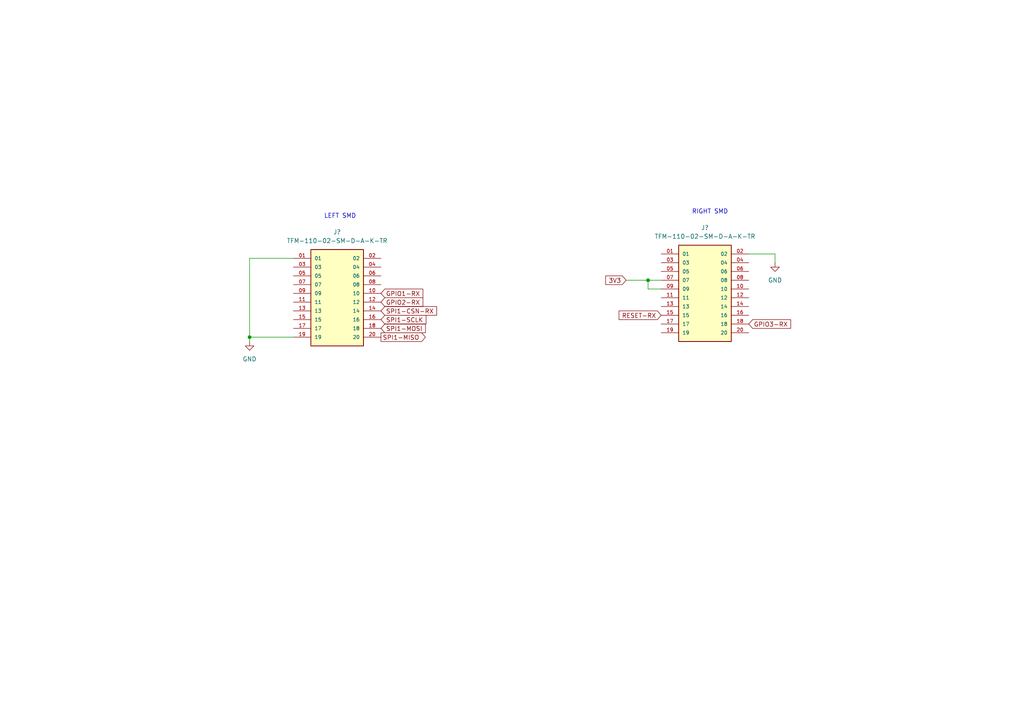
<source format=kicad_sch>
(kicad_sch (version 20211123) (generator eeschema)
  (paper "A4")
  (lib_symbols
    (symbol "TFM-110-02-SM-D-A-K-TR:TFM-110-02-SM-D-A-K-TR" (pin_names (offset 1.016))
      (property "Reference" "J" (at -8.12 15.24 0))
      (property "Value" "TFM-110-02-SM-D-A-K-TR" (at -7.62 -15.24 0))
      (symbol "TFM-110-02-SM-D-A-K-TR_0_0"
        (rectangle (start -7.62 -12.7) (end 7.62 15.24) (stroke (width 0.254)) (fill (type background)))
        (pin passive line (at -12.7 12.7 0) (length 5.08) (name "01") (number "01"))
        (pin passive line (at 12.7 12.7 180) (length 5.08) (name "02") (number "02"))
        (pin passive line (at -12.7 10.16 0) (length 5.08) (name "03") (number "03"))
        (pin passive line (at 12.7 10.16 180) (length 5.08) (name "04") (number "04"))
        (pin passive line (at -12.7 7.62 0) (length 5.08) (name "05") (number "05"))
        (pin passive line (at 12.7 7.62 180) (length 5.08) (name "06") (number "06"))
        (pin passive line (at -12.7 5.08 0) (length 5.08) (name "07") (number "07"))
        (pin passive line (at 12.7 5.08 180) (length 5.08) (name "08") (number "08"))
        (pin passive line (at -12.7 2.54 0) (length 5.08) (name "09") (number "09"))
        (pin passive line (at 12.7 2.54 180) (length 5.08) (name "10") (number "10"))
        (pin passive line (at -12.7 0 0) (length 5.08) (name "11") (number "11"))
        (pin passive line (at 12.7 0 180) (length 5.08) (name "12") (number "12"))
        (pin passive line (at -12.7 -2.54 0) (length 5.08) (name "13") (number "13"))
        (pin passive line (at 12.7 -2.54 180) (length 5.08) (name "14") (number "14"))
        (pin passive line (at -12.7 -5.08 0) (length 5.08) (name "15") (number "15"))
        (pin passive line (at 12.7 -5.08 180) (length 5.08) (name "16") (number "16"))
        (pin passive line (at -12.7 -7.62 0) (length 5.08) (name "17") (number "17"))
        (pin passive line (at 12.7 -7.62 180) (length 5.08) (name "18") (number "18"))
        (pin passive line (at -12.7 -10.16 0) (length 5.08) (name "19") (number "19"))
        (pin passive line (at 12.7 -10.16 180) (length 5.08) (name "20") (number "20"))
      )
    )
    (symbol "power:GND" (power) (pin_names (offset 0))
      (property "Value" "GND" (at 0 -3.81 0))
      (symbol "GND_0_1"
        (polyline (pts (xy 0 0) (xy 0 -1.27) (xy 1.27 -1.27) (xy 0 -2.54) (xy -1.27 -1.27) (xy 0 -1.27)))
      )
      (symbol "GND_1_1"
        (pin power_in line (at 0 0 270) (length 0) hide (name "GND") (number "1"))
      )
    )
  )
  (junction (at 187.96 81.28))
  (junction (at 72.39 97.79))
  (wire (pts (xy 72.39 74.93) (xy 72.39 97.79)))
  (wire (pts (xy 191.77 83.82) (xy 187.96 83.82)))
  (wire (pts (xy 85.09 74.93) (xy 72.39 74.93)))
  (wire (pts (xy 224.79 73.66) (xy 224.79 76.2)))
  (wire (pts (xy 72.39 97.79) (xy 72.39 99.06)))
  (wire (pts (xy 72.39 97.79) (xy 85.09 97.79)))
  (wire (pts (xy 181.61 81.28) (xy 187.96 81.28)))
  (wire (pts (xy 187.96 81.28) (xy 191.77 81.28)))
  (wire (pts (xy 187.96 81.28) (xy 187.96 83.82)))
  (wire (pts (xy 217.17 73.66) (xy 224.79 73.66)))
  (text "RIGHT SMD" (at 200.66 62.23 0) (effects (font (size 1.27 1.27)) (justify left bottom)))
  (text "LEFT SMD" (at 93.98 63.5 0) (effects (font (size 1.27 1.27)) (justify left bottom)))
  (global_label "GPIO2-RX" (shape input) (at 110.49 87.63 0) (property "Intersheet References" "${INTERSHEET_REFS}" (effects hide)))
  (global_label "SPI1-CSN-RX" (shape input) (at 110.49 90.17 0) (property "Intersheet References" "${INTERSHEET_REFS}" (effects hide)))
  (global_label "SPI1-MOSI" (shape input) (at 110.49 95.25 0) (property "Intersheet References" "${INTERSHEET_REFS}" (effects hide)))
  (global_label "GPIO3-RX" (shape input) (at 217.17 93.98 0) (property "Intersheet References" "${INTERSHEET_REFS}" (effects hide)))
  (global_label "GPIO1-RX" (shape input) (at 110.49 85.09 0) (property "Intersheet References" "${INTERSHEET_REFS}" (effects hide)))
  (global_label "SPI1-MISO" (shape output) (at 110.49 97.79 0) (property "Intersheet References" "${INTERSHEET_REFS}" (effects hide)))
  (global_label "RESET-RX" (shape input) (at 191.77 91.44 180) (property "Intersheet References" "${INTERSHEET_REFS}" (effects hide)))
  (global_label "SPI1-SCLK" (shape input) (at 110.49 92.71 0) (property "Intersheet References" "${INTERSHEET_REFS}" (effects hide)))
  (global_label "3V3" (shape input) (at 181.61 81.28 180) (property "Intersheet References" "${INTERSHEET_REFS}" (effects hide)))
  (symbol (lib_id "TFM-110-02-SM-D-A-K-TR:TFM-110-02-SM-D-A-K-TR") (at 97.79 87.63 0) (unit 1)
    (property "Reference" "J?" (at 97.79 67.31 0))
    (property "Value" "TFM-110-02-SM-D-A-K-TR" (at 97.79 69.85 0))
    (property "Footprint" "SAMTEC_TFM-110-02-SM-D-A-K-TR" (effects hide))
    (property "STANDARD" "Manufacturer Recommendations" (effects hide))
    (property "PARTREV" "R" (effects hide))
    (property "MANUFACTURER" "Samtec" (effects hide))
  )
  (symbol (lib_id "power:GND") (at 224.79 76.2 0) (unit 1)
    (property "Reference" "#PWR?" (effects hide))
    (property "Value" "GND" (at 224.79 81.28 0))
  )
  (symbol (lib_id "power:GND") (at 72.39 99.06 0) (unit 1)
    (property "Reference" "#PWR?" (effects hide))
    (property "Value" "GND" (at 72.39 104.14 0))
  )
  (symbol (lib_id "TFM-110-02-SM-D-A-K-TR:TFM-110-02-SM-D-A-K-TR") (at 204.47 86.36 0) (unit 1)
    (property "Reference" "J?" (at 204.47 66.04 0))
    (property "Value" "TFM-110-02-SM-D-A-K-TR" (at 204.47 68.58 0))
    (property "Footprint" "SAMTEC_TFM-110-02-SM-D-A-K-TR" (effects hide))
    (property "STANDARD" "Manufacturer Recommendations" (effects hide))
    (property "PARTREV" "R" (effects hide))
    (property "MANUFACTURER" "Samtec" (effects hide))
  )
)
</source>
